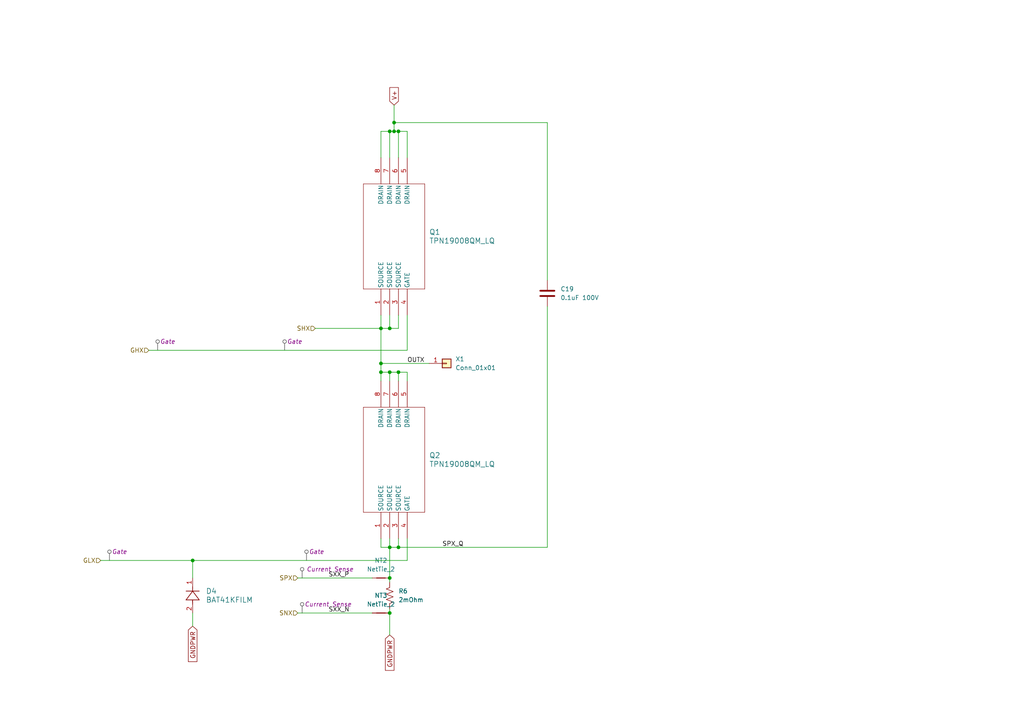
<source format=kicad_sch>
(kicad_sch (version 20230121) (generator eeschema)
  (paper "A4")
  (title_block (title "moteus-c1") (rev "1.1"))
  (lib_symbols
    (symbol "Connector_Generic:Conn_01x01" (pin_names (offset 1.016) hide)
      (property "Reference" "J" (at 0 2.54 0))
      (property "Value" "Conn_01x01" (at 0 -2.54 0))
      (symbol "Conn_01x01_1_1"
        (rectangle (start -1.27 0.127) (end 0 -0.127) (stroke (width 0.1524)))
        (rectangle (start -1.27 1.27) (end 1.27 -1.27) (stroke (width 0.254)) (fill (type background)))
        (pin passive line (at -5.08 0 0) (length 3.81) (name "Pin_1") (number "1"))
      )
    )
    (symbol "Device:C" (pin_numbers hide) (pin_names (offset 0.254))
      (property "Reference" "C" (at 0.635 2.54 0))
      (property "Value" "C" (at 0.635 -2.54 0))
      (symbol "C_0_1"
        (polyline (pts (xy -2.032 -0.762) (xy 2.032 -0.762)) (stroke (width 0.508)))
        (polyline (pts (xy -2.032 0.762) (xy 2.032 0.762)) (stroke (width 0.508)))
      )
      (symbol "C_1_1"
        (pin passive line (at 0 3.81 270) (length 2.794) (name "~") (number "1"))
        (pin passive line (at 0 -3.81 90) (length 2.794) (name "~") (number "2"))
      )
    )
    (symbol "Device:NetTie_2" (pin_numbers hide) (pin_names (offset 0) hide) (in_bom no)
      (property "Reference" "NT" (at 0 1.27 0))
      (property "Value" "NetTie_2" (at 0 -1.27 0))
      (symbol "NetTie_2_0_1"
        (polyline (pts (xy -1.27 0) (xy 1.27 0)) (stroke (width 0.254)))
      )
      (symbol "NetTie_2_1_1"
        (pin passive line (at -2.54 0 0) (length 2.54) (name "1") (number "1"))
        (pin passive line (at 2.54 0 180) (length 2.54) (name "2") (number "2"))
      )
    )
    (symbol "Device:R_US" (pin_numbers hide) (pin_names (offset 0))
      (property "Reference" "R" (at 2.54 0 90))
      (property "Value" "R_US" (at -2.54 0 90))
      (symbol "R_US_0_1"
        (polyline (pts (xy 0 -2.286) (xy 0 -2.54)))
        (polyline (pts (xy 0 2.286) (xy 0 2.54)))
        (polyline (pts (xy 0 -0.762) (xy 1.016 -1.143) (xy 0 -1.524) (xy -1.016 -1.905) (xy 0 -2.286)))
        (polyline (pts (xy 0 0.762) (xy 1.016 0.381) (xy 0 0) (xy -1.016 -0.381) (xy 0 -0.762)))
        (polyline (pts (xy 0 2.286) (xy 1.016 1.905) (xy 0 1.524) (xy -1.016 1.143) (xy 0 0.762)))
      )
      (symbol "R_US_1_1"
        (pin passive line (at 0 3.81 270) (length 1.27) (name "~") (number "1"))
        (pin passive line (at 0 -3.81 90) (length 1.27) (name "~") (number "2"))
      )
    )
    (symbol "moteus:BAT41KFILM" (pin_names (offset 0.254))
      (property "Reference" "CR" (at 5.08 4.445 0))
      (property "Value" "BAT41KFILM" (at 5.08 -3.81 0))
      (symbol "BAT41KFILM_1_1"
        (polyline (pts (xy 2.54 0) (xy 3.4798 0)) (stroke (width 0.2032)))
        (polyline (pts (xy 3.175 0) (xy 3.81 0)) (stroke (width 0.2032)))
        (polyline (pts (xy 3.81 -1.905) (xy 6.35 0)) (stroke (width 0.2032)))
        (polyline (pts (xy 3.81 1.905) (xy 3.81 -1.905)) (stroke (width 0.2032)))
        (polyline (pts (xy 6.35 -1.905) (xy 6.35 1.905)) (stroke (width 0.2032)))
        (polyline (pts (xy 6.35 0) (xy 3.81 1.905)) (stroke (width 0.2032)))
        (polyline (pts (xy 6.35 0) (xy 7.62 0)) (stroke (width 0.2032)))
        (pin unspecified line (at 10.16 0 180) (length 2.54) (name "") (number "1"))
        (pin unspecified line (at 0 0 0) (length 2.54) (name "") (number "2"))
      )
      (symbol "BAT41KFILM_1_2"
        (polyline (pts (xy -1.905 3.81) (xy 1.905 3.81)) (stroke (width 0.2032)))
        (polyline (pts (xy 0 2.54) (xy 0 3.4798)) (stroke (width 0.2032)))
        (polyline (pts (xy 0 3.175) (xy 0 3.81)) (stroke (width 0.2032)))
        (polyline (pts (xy 0 6.35) (xy -1.905 3.81)) (stroke (width 0.2032)))
        (polyline (pts (xy 0 6.35) (xy 0 7.62)) (stroke (width 0.2032)))
        (polyline (pts (xy 1.905 3.81) (xy 0 6.35)) (stroke (width 0.2032)))
        (polyline (pts (xy 1.905 6.35) (xy -1.905 6.35)) (stroke (width 0.2032)))
        (pin unspecified line (at 0 10.16 270) (length 2.54) (name "") (number "1"))
        (pin unspecified line (at 0 0 90) (length 2.54) (name "") (number "2"))
      )
    )
    (symbol "moteus:TPN19008QM_LQ" (pin_names (offset 0.254))
      (property "Reference" "U" (at 22.86 10.16 0))
      (property "Value" "TPN19008QM_LQ" (at 22.86 7.62 0))
      (symbol "TPN19008QM_LQ_0_1"
        (polyline (pts (xy 7.62 -12.7) (xy 38.1 -12.7)) (stroke (width 0.127)))
        (polyline (pts (xy 7.62 5.08) (xy 7.62 -12.7)) (stroke (width 0.127)))
        (polyline (pts (xy 38.1 -12.7) (xy 38.1 5.08)) (stroke (width 0.127)))
        (polyline (pts (xy 38.1 5.08) (xy 7.62 5.08)) (stroke (width 0.127)))
        (pin unspecified line (at 0 0 0) (length 7.62) (name "SOURCE") (number "1"))
        (pin unspecified line (at 0 -2.54 0) (length 7.62) (name "SOURCE") (number "2"))
        (pin unspecified line (at 0 -5.08 0) (length 7.62) (name "SOURCE") (number "3"))
        (pin unspecified line (at 0 -7.62 0) (length 7.62) (name "GATE") (number "4"))
        (pin unspecified line (at 45.72 -7.62 180) (length 7.62) (name "DRAIN") (number "5"))
        (pin unspecified line (at 45.72 -5.08 180) (length 7.62) (name "DRAIN") (number "6"))
        (pin unspecified line (at 45.72 -2.54 180) (length 7.62) (name "DRAIN") (number "7"))
        (pin unspecified line (at 45.72 0 180) (length 7.62) (name "DRAIN") (number "8"))
      )
    )
  )
  (junction (at 115.57 158.75))
  (junction (at 110.49 107.95))
  (junction (at 113.03 167.64))
  (junction (at 115.57 107.95))
  (junction (at 110.49 95.25))
  (junction (at 113.03 107.95))
  (junction (at 113.03 38.1))
  (junction (at 114.3 38.1))
  (junction (at 114.3 35.56))
  (junction (at 113.03 95.25))
  (junction (at 110.49 105.41))
  (junction (at 115.57 38.1))
  (junction (at 113.03 177.8))
  (junction (at 113.03 158.75))
  (junction (at 55.88 162.56))
  (wire (pts (xy 55.88 177.8) (xy 55.88 181.61)))
  (wire (pts (xy 110.49 45.72) (xy 110.49 38.1)))
  (wire (pts (xy 158.75 35.56) (xy 158.75 81.28)))
  (wire (pts (xy 115.57 107.95) (xy 115.57 110.49)))
  (wire (pts (xy 113.03 95.25) (xy 115.57 95.25)))
  (wire (pts (xy 115.57 158.75) (xy 158.75 158.75)))
  (wire (pts (xy 113.03 177.8) (xy 113.03 184.15)))
  (wire (pts (xy 110.49 105.41) (xy 110.49 107.95)))
  (wire (pts (xy 113.03 158.75) (xy 113.03 167.64)))
  (wire (pts (xy 113.03 158.75) (xy 113.03 156.21)))
  (wire (pts (xy 113.03 38.1) (xy 114.3 38.1)))
  (wire (pts (xy 110.49 158.75) (xy 113.03 158.75)))
  (wire (pts (xy 55.88 162.56) (xy 55.88 167.64)))
  (wire (pts (xy 115.57 95.25) (xy 115.57 91.44)))
  (wire (pts (xy 110.49 105.41) (xy 124.46 105.41)))
  (wire (pts (xy 110.49 38.1) (xy 113.03 38.1)))
  (wire (pts (xy 110.49 156.21) (xy 110.49 158.75)))
  (wire (pts (xy 110.49 107.95) (xy 110.49 110.49)))
  (wire (pts (xy 113.03 107.95) (xy 115.57 107.95)))
  (wire (pts (xy 118.11 162.56) (xy 118.11 156.21)))
  (wire (pts (xy 118.11 91.44) (xy 118.11 101.6)))
  (wire (pts (xy 114.3 35.56) (xy 114.3 30.48)))
  (wire (pts (xy 115.57 107.95) (xy 118.11 107.95)))
  (wire (pts (xy 29.21 162.56) (xy 55.88 162.56)))
  (wire (pts (xy 113.03 167.64) (xy 113.03 168.91)))
  (wire (pts (xy 114.3 35.56) (xy 158.75 35.56)))
  (wire (pts (xy 114.3 38.1) (xy 114.3 35.56)))
  (wire (pts (xy 115.57 38.1) (xy 114.3 38.1)))
  (wire (pts (xy 115.57 45.72) (xy 115.57 38.1)))
  (wire (pts (xy 113.03 91.44) (xy 113.03 95.25)))
  (wire (pts (xy 55.88 162.56) (xy 118.11 162.56)))
  (wire (pts (xy 113.03 176.53) (xy 113.03 177.8)))
  (wire (pts (xy 118.11 38.1) (xy 115.57 38.1)))
  (wire (pts (xy 110.49 91.44) (xy 110.49 95.25)))
  (wire (pts (xy 86.36 167.64) (xy 107.95 167.64)))
  (wire (pts (xy 118.11 45.72) (xy 118.11 38.1)))
  (wire (pts (xy 158.75 158.75) (xy 158.75 88.9)))
  (wire (pts (xy 113.03 107.95) (xy 113.03 110.49)))
  (wire (pts (xy 110.49 107.95) (xy 113.03 107.95)))
  (wire (pts (xy 110.49 95.25) (xy 110.49 105.41)))
  (wire (pts (xy 113.03 38.1) (xy 113.03 45.72)))
  (wire (pts (xy 91.44 95.25) (xy 110.49 95.25)))
  (wire (pts (xy 86.36 177.8) (xy 107.95 177.8)))
  (wire (pts (xy 113.03 158.75) (xy 115.57 158.75)))
  (wire (pts (xy 115.57 158.75) (xy 115.57 156.21)))
  (wire (pts (xy 43.18 101.6) (xy 118.11 101.6)))
  (wire (pts (xy 118.11 107.95) (xy 118.11 110.49)))
  (wire (pts (xy 110.49 95.25) (xy 113.03 95.25)))
  (label "SXX_N" (at 95.25 177.8 0))
  (label "OUTX" (at 118.11 105.41 0))
  (label "SPX_Q" (at 128.27 158.75 0))
  (label "SXX_P" (at 95.25 167.64 0))
  (global_label "V+" (shape input) (at 114.3 30.48 90) (property "Intersheetrefs" "${INTERSHEET_REFS}" (effects hide)))
  (global_label "GNDPWR" (shape input) (at 113.03 184.15 270) (property "Intersheetrefs" "${INTERSHEET_REFS}" (effects hide)))
  (global_label "GNDPWR" (shape input) (at 55.88 181.61 270) (property "Intersheetrefs" "${INTERSHEET_REFS}" (effects hide)))
  (hierarchical_label "SHX" (shape input) (at 91.44 95.25 180))
  (hierarchical_label "GHX" (shape input) (at 43.18 101.6 180))
  (hierarchical_label "GLX" (shape input) (at 29.21 162.56 180))
  (hierarchical_label "SPX" (shape input) (at 86.36 167.64 180))
  (hierarchical_label "SNX" (shape input) (at 86.36 177.8 180))
  (netclass_flag "" (length 2.54) (shape round) (at 31.75 162.56 0) (property "Netclass" "Gate" (at 32.4485 160.02 0) (effects (font italic) (justify left))))
  (netclass_flag "" (length 2.54) (shape round) (at 88.9 162.56 0) (property "Netclass" "Gate" (at 89.5985 160.02 0) (effects (font italic) (justify left))))
  (netclass_flag "" (length 2.54) (shape round) (at 82.55 101.6 0) (property "Netclass" "Gate" (at 83.2485 99.06 0) (effects (font italic) (justify left))))
  (netclass_flag "" (length 2.54) (shape round) (at 45.72 101.6 0) (property "Netclass" "Gate" (at 46.4185 99.06 0) (effects (font italic) (justify left))))
  (netclass_flag "" (length 2.54) (shape round) (at 87.63 167.64 0) (property "Netclass" "Current Sense" (at 88.9 165.1 0) (effects (font italic) (justify left))))
  (netclass_flag "" (length 2.54) (shape round) (at 87.63 177.8 0) (property "Netclass" "Current Sense" (at 88.3285 175.26 0) (effects (font italic) (justify left))))
  (symbol (lib_id "Device:NetTie_2") (at 110.49 177.8 0) (unit 1) (in_bom no)
    (property "Reference" "NT3" (at 110.49 172.72 0))
    (property "Value" "NetTie_2" (at 110.49 175.26 0))
    (property "Footprint" "moteus:NetTie-2_SMD_Pad0.2" (effects hide))
    (instances (project "moteus_c1" (path "" (reference "NT3") (unit 1)) (path "" (reference "NT5") (unit 1)) (path "" (reference "NT7") (unit 1))))
  )
  (symbol (lib_id "Connector_Generic:Conn_01x01") (at 129.54 105.41 0) (unit 1) (in_bom no)
    (property "Reference" "X1" (at 132.08 104.14 0) (effects (justify left)))
    (property "Value" "Conn_01x01" (at 132.08 106.68 0) (effects (justify left)))
    (property "Footprint" "moteus:POWER_M2.5" (effects hide))
    (instances (project "moteus_c1" (path "" (reference "X1") (unit 1)) (path "" (reference "X2") (unit 1)) (path "" (reference "X3") (unit 1))))
  )
  (symbol (lib_id "Device:C") (at 158.75 85.09 0) (unit 1)
    (property "Reference" "C19" (at 162.56 83.82 0) (effects (justify left)))
    (property "Value" "0.1uF 100V" (at 162.56 86.36 0) (effects (justify left)))
    (property "Footprint" "Capacitor_SMD:C_1206_3216Metric" (effects hide))
    (property "MPN" "12061C104KAT2A" (effects hide))
    (property "MF" "KYOCERA AVX" (effects hide))
    (property "POPULATE" "1" (effects hide))
    (instances (project "moteus_c1" (path "" (reference "C19") (unit 1)) (path "" (reference "C20") (unit 1)) (path "" (reference "C21") (unit 1))))
  )
  (symbol (lib_id "Device:NetTie_2") (at 110.49 167.64 0) (unit 1) (in_bom no)
    (property "Reference" "NT2" (at 110.49 162.56 0))
    (property "Value" "NetTie_2" (at 110.49 165.1 0))
    (property "Footprint" "moteus:NetTie-2_SMD_Pad0.2" (effects hide))
    (instances (project "moteus_c1" (path "" (reference "NT2") (unit 1)) (path "" (reference "NT4") (unit 1)) (path "" (reference "NT6") (unit 1))))
  )
  (symbol (lib_id "moteus:TPN19008QM_LQ") (at 110.49 156.21 90) (unit 1)
    (property "Reference" "Q2" (at 124.46 132.08 90) (effects (font (size 1.524 1.524)) (justify right)))
    (property "Value" "TPN19008QM_LQ" (at 124.46 134.62 90) (effects (font (size 1.524 1.524)) (justify right)))
    (property "Footprint" "moteus:TSON Advance_TOS" (effects hide))
    (property "Datasheet" "TPN19008QM_LQ" (effects hide))
    (property "MPN" "TPN19008QM,LQ" (effects hide))
    (property "MF" "TOSHIBA" (effects hide))
    (property "POPULATE" "1" (effects hide))
    (instances (project "moteus_c1" (path "" (reference "Q2") (unit 1)) (path "" (reference "Q4") (unit 1)) (path "" (reference "Q6") (unit 1))))
  )
  (symbol (lib_id "moteus:BAT41KFILM") (at 55.88 177.8 270) (mirror x) (unit 1)
    (property "Reference" "D4" (at 59.69 171.45 90) (effects (font (size 1.524 1.524)) (justify left)))
    (property "Value" "BAT41KFILM" (at 59.69 173.99 90) (effects (font (size 1.524 1.524)) (justify left)))
    (property "Footprint" "moteus:SOD-523_STM" (effects hide))
    (property "Datasheet" "BAT41KFILM" (effects hide))
    (property "MPN" "BAT41KFILM" (effects hide))
    (property "MF" "ST" (effects hide))
    (property "POPULATE" "1" (effects hide))
    (instances (project "moteus_c1" (path "" (reference "D4") (unit 1)) (path "" (reference "D7") (unit 1)) (path "" (reference "D10") (unit 1))))
  )
  (symbol (lib_id "moteus:TPN19008QM_LQ") (at 110.49 91.44 90) (unit 1)
    (property "Reference" "Q1" (at 124.46 67.31 90) (effects (font (size 1.524 1.524)) (justify right)))
    (property "Value" "TPN19008QM_LQ" (at 124.46 69.85 90) (effects (font (size 1.524 1.524)) (justify right)))
    (property "Footprint" "moteus:TSON Advance_TOS" (effects hide))
    (property "Datasheet" "TPN19008QM_LQ" (effects hide))
    (property "MPN" "TPN19008QM,LQ" (effects hide))
    (property "MF" "TOSHIBA" (effects hide))
    (property "POPULATE" "1" (effects hide))
    (instances (project "moteus_c1" (path "" (reference "Q1") (unit 1)) (path "" (reference "Q3") (unit 1)) (path "" (reference "Q5") (unit 1))))
  )
  (symbol (lib_id "Device:R_US") (at 113.03 172.72 0) (mirror y) (unit 1)
    (property "Reference" "R6" (at 115.57 171.45 0) (effects (justify right)))
    (property "Value" "2mOhm" (at 115.57 173.99 0) (effects (justify right)))
    (property "Footprint" "Resistor_SMD:R_0805_2012Metric" (effects hide))
    (property "MPN" "CSSH0805FT2L00" (effects hide))
    (property "MF" "STACKPOLE" (effects hide))
    (property "POPULATE" "1" (effects hide))
    (instances (project "moteus_c1" (path "" (reference "R6") (unit 1)) (path "" (reference "R9") (unit 1)) (path "" (reference "R12") (unit 1))))
  )
)
</source>
